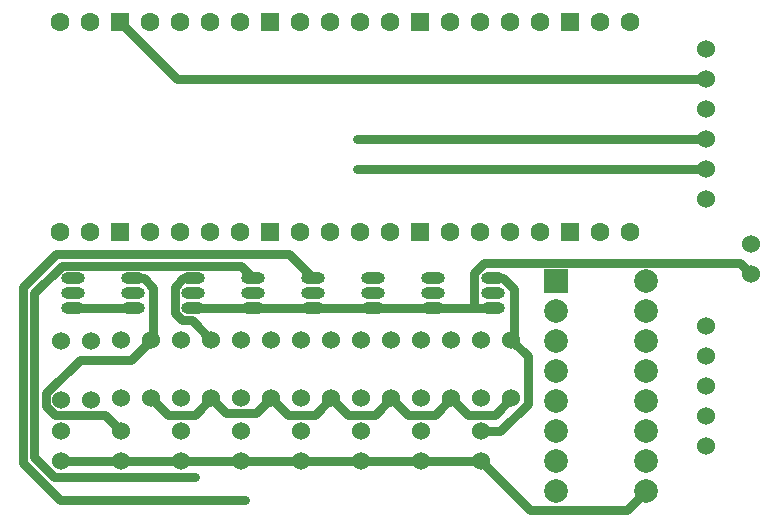
<source format=gtl>
G04 Layer: TopLayer*
G04 EasyEDA v6.5.23, 2023-08-12 17:46:20*
G04 Gerber Generator version 0.2*
G04 Scale: 100 percent, Rotated: No, Reflected: No *
G04 Dimensions in millimeters *
G04 leading zeros omitted , absolute positions ,4 integer and 5 decimal *
%FSLAX45Y45*%
%MOMM*%

%ADD10C,0.7620*%
%ADD11C,1.6000*%
%ADD12R,1.6000X1.6000*%
%ADD13O,1.9999959999999999X0.9999979999999999*%
%ADD14R,2.0000X2.0000*%
%ADD15C,2.0000*%
%ADD16C,1.5240*%
%ADD17C,0.6100*%

%LPD*%
D10*
X4191000Y6997674D02*
G01*
X4329175Y6859498D01*
X4329175Y6452996D01*
X4099179Y6223000D01*
X3937000Y6223000D01*
X4038600Y7518374D02*
G01*
X4118330Y7518374D01*
X4211396Y7425309D01*
X4211396Y7018070D01*
X4191000Y6997674D01*
X2667000Y6502374D02*
G01*
X2527325Y6362700D01*
X2298674Y6362700D01*
X2159000Y6502374D01*
X2159000Y6502374D02*
G01*
X2029307Y6372682D01*
X1780692Y6372682D01*
X1651000Y6502374D01*
X3683000Y6502374D02*
G01*
X3822674Y6362700D01*
X4051325Y6362700D01*
X4191000Y6502374D01*
X3175000Y6502374D02*
G01*
X3314674Y6362700D01*
X3543325Y6362700D01*
X3683000Y6502374D01*
X2667000Y6502374D02*
G01*
X2806674Y6362700D01*
X3035325Y6362700D01*
X3175000Y6502374D01*
X1143000Y6502374D02*
G01*
X1282674Y6362700D01*
X1511325Y6362700D01*
X1651000Y6502374D01*
X5334000Y5714974D02*
G01*
X5174919Y5555894D01*
X4350105Y5555894D01*
X3937000Y5969000D01*
X889000Y5969000D02*
G01*
X381000Y5969000D01*
X1397000Y5969000D02*
G01*
X889000Y5969000D01*
X1905000Y5969000D02*
G01*
X1397000Y5969000D01*
X2413000Y5969000D02*
G01*
X1905000Y5969000D01*
X2921000Y5969000D02*
G01*
X2413000Y5969000D01*
X3429000Y5969000D02*
G01*
X3937000Y5969000D01*
X3429000Y5969000D02*
G01*
X2921000Y5969000D01*
X2514600Y7518374D02*
G01*
X2306523Y7726451D01*
X337642Y7726451D01*
X58140Y7446949D01*
X58140Y5954521D01*
X372516Y5640146D01*
X1940940Y5640146D01*
X2006600Y7518374D02*
G01*
X1900504Y7624470D01*
X384175Y7624470D01*
X151815Y7392111D01*
X151815Y6007735D01*
X324205Y5835345D01*
X1517345Y5835345D01*
X1498600Y7518374D02*
G01*
X1413586Y7518374D01*
X1341069Y7445857D01*
X1341069Y7219899D01*
X1400073Y7160895D01*
X1487779Y7160895D01*
X1651000Y6997674D01*
X990600Y7518374D02*
G01*
X1080592Y7518374D01*
X1161440Y7437526D01*
X1161440Y7016114D01*
X1143000Y6997674D01*
X5842000Y8445474D02*
G01*
X2881502Y8445474D01*
X5842000Y8699474D02*
G01*
X2881502Y8699474D01*
X5842000Y9207474D02*
G01*
X1357503Y9207474D01*
X879017Y9685959D01*
X3872991Y7264374D02*
G01*
X3530600Y7264374D01*
X4038600Y7264374D02*
G01*
X3872991Y7264374D01*
X3872991Y7264374D02*
G01*
X3872991Y7561300D01*
X3961409Y7649718D01*
X6129756Y7649718D01*
X6223000Y7556474D01*
X990600Y7264374D02*
G01*
X482600Y7264374D01*
X1498600Y7264374D02*
G01*
X2006600Y7264374D01*
X2514600Y7264374D02*
G01*
X2006600Y7264374D01*
X3022600Y7264374D02*
G01*
X2514600Y7264374D01*
X3530600Y7264374D02*
G01*
X3022600Y7264374D01*
X889000Y6223000D02*
G01*
X751992Y6360007D01*
X327304Y6360007D01*
X251332Y6435979D01*
X251332Y6543370D01*
X536752Y6828789D01*
X974115Y6828789D01*
X1143000Y6997674D01*
D11*
G01*
X5196992Y7907985D03*
G01*
X4942992Y7907985D03*
D12*
G01*
X4688992Y7907985D03*
D11*
G01*
X4434992Y7907985D03*
G01*
X4180992Y7907985D03*
G01*
X3926992Y7907985D03*
G01*
X3672992Y7907985D03*
D12*
G01*
X3418992Y7907985D03*
D11*
G01*
X3165017Y7907985D03*
G01*
X2911017Y7907985D03*
G01*
X371017Y7907985D03*
G01*
X625017Y7907985D03*
D12*
G01*
X878992Y7907985D03*
D11*
G01*
X1133017Y7907985D03*
G01*
X1387017Y7907985D03*
G01*
X1641017Y7907985D03*
G01*
X1895017Y7907985D03*
D12*
G01*
X2148992Y7907985D03*
D11*
G01*
X2403017Y7907985D03*
G01*
X2657017Y7907985D03*
G01*
X2657017Y9685959D03*
G01*
X2403017Y9685959D03*
D12*
G01*
X2148992Y9685985D03*
D11*
G01*
X1895017Y9685959D03*
G01*
X1641017Y9685959D03*
G01*
X1387017Y9685959D03*
G01*
X1133017Y9685959D03*
D12*
G01*
X878992Y9685985D03*
D11*
G01*
X625017Y9685959D03*
G01*
X371017Y9685959D03*
G01*
X2911017Y9685959D03*
G01*
X3165017Y9685959D03*
D12*
G01*
X3418992Y9685985D03*
D11*
G01*
X3672992Y9685959D03*
G01*
X3926992Y9685959D03*
G01*
X4180992Y9685959D03*
G01*
X4434992Y9685959D03*
D12*
G01*
X4688992Y9685985D03*
D11*
G01*
X4942992Y9685959D03*
G01*
X5196992Y9685959D03*
D13*
G01*
X482600Y7518374D03*
G01*
X482600Y7391374D03*
G01*
X482600Y7264374D03*
G01*
X990600Y7518374D03*
G01*
X990600Y7391374D03*
G01*
X990600Y7264374D03*
G01*
X2006600Y7518374D03*
G01*
X2006600Y7391374D03*
G01*
X2006600Y7264374D03*
G01*
X1498600Y7518374D03*
G01*
X1498600Y7391374D03*
G01*
X1498600Y7264374D03*
G01*
X2514600Y7518374D03*
G01*
X2514600Y7391374D03*
G01*
X2514600Y7264374D03*
G01*
X3022600Y7518374D03*
G01*
X3022600Y7391374D03*
G01*
X3022600Y7264374D03*
G01*
X3530600Y7518374D03*
G01*
X3530600Y7391374D03*
G01*
X3530600Y7264374D03*
G01*
X4038600Y7518374D03*
G01*
X4038600Y7391374D03*
G01*
X4038600Y7264374D03*
D14*
G01*
X4572000Y7492974D03*
D15*
G01*
X4572000Y7238974D03*
G01*
X4572000Y6984974D03*
G01*
X4572000Y6730974D03*
G01*
X4572000Y6476974D03*
G01*
X4572000Y6222974D03*
G01*
X4572000Y5968974D03*
G01*
X4572000Y5714974D03*
G01*
X5334000Y5714974D03*
G01*
X5334000Y5968974D03*
G01*
X5334000Y6222974D03*
G01*
X5334000Y6476974D03*
G01*
X5334000Y6730974D03*
G01*
X5334000Y6984974D03*
G01*
X5334000Y7238974D03*
G01*
X5334000Y7492974D03*
D16*
G01*
X381000Y6984974D03*
G01*
X381000Y6489674D03*
G01*
X889000Y6502374D03*
G01*
X889000Y6997674D03*
G01*
X1397000Y6502374D03*
G01*
X1397000Y6997674D03*
G01*
X1905000Y6502374D03*
G01*
X1905000Y6997674D03*
G01*
X2413000Y6502374D03*
G01*
X2413000Y6997674D03*
G01*
X2921000Y6502374D03*
G01*
X2921000Y6997674D03*
G01*
X3429000Y6502374D03*
G01*
X3429000Y6997674D03*
G01*
X3937000Y6502374D03*
G01*
X3937000Y6997674D03*
G01*
X4191000Y6997674D03*
G01*
X4191000Y6502374D03*
G01*
X3683000Y6997674D03*
G01*
X3683000Y6502374D03*
G01*
X3175000Y6997674D03*
G01*
X3175000Y6502374D03*
G01*
X2667000Y6997674D03*
G01*
X2667000Y6502374D03*
G01*
X2159000Y6997674D03*
G01*
X2159000Y6502374D03*
G01*
X1651000Y6997674D03*
G01*
X1651000Y6502374D03*
G01*
X1143000Y6997674D03*
G01*
X1143000Y6502374D03*
G01*
X635000Y6489674D03*
G01*
X635000Y6984974D03*
G01*
X5842000Y8191474D03*
G01*
X5842000Y8445474D03*
G01*
X5842000Y8699474D03*
G01*
X5842000Y8953474D03*
G01*
X5842000Y9207474D03*
G01*
X5842000Y9461474D03*
G01*
X5842000Y6095974D03*
G01*
X5842000Y6349974D03*
G01*
X5842000Y6603974D03*
G01*
X5842000Y6857974D03*
G01*
X5842000Y7111974D03*
G01*
X6223000Y7556474D03*
G01*
X6223000Y7810474D03*
G01*
X381000Y5968974D03*
G01*
X381000Y6222974D03*
G01*
X889000Y5968974D03*
G01*
X889000Y6222974D03*
G01*
X1397000Y6222974D03*
G01*
X1397000Y5968974D03*
G01*
X1905000Y6222974D03*
G01*
X1905000Y5968974D03*
G01*
X2413000Y6222974D03*
G01*
X2413000Y5968974D03*
G01*
X2921000Y6222974D03*
G01*
X2921000Y5968974D03*
G01*
X3429000Y6222974D03*
G01*
X3429000Y5968974D03*
G01*
X3937000Y6222974D03*
G01*
X3937000Y5968974D03*
D17*
G01*
X1940940Y5640146D03*
G01*
X1517345Y5835345D03*
G01*
X2881502Y8445474D03*
G01*
X2881502Y8699474D03*
M02*

</source>
